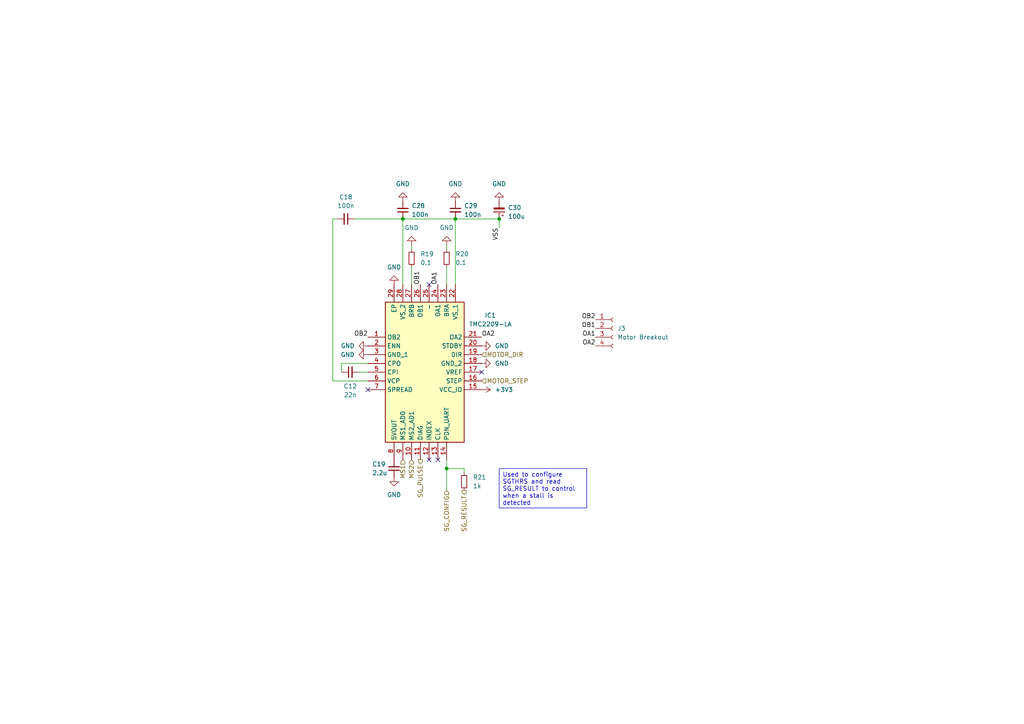
<source format=kicad_sch>
(kicad_sch
	(version 20231120)
	(generator "eeschema")
	(generator_version "8.0")
	(uuid "77dc573b-798b-4a64-8b4a-f338c36bb8a2")
	(paper "A4")
	(lib_symbols
		(symbol "Connector:Conn_01x04_Socket"
			(pin_names
				(offset 1.016) hide)
			(exclude_from_sim no)
			(in_bom yes)
			(on_board yes)
			(property "Reference" "J"
				(at 0 5.08 0)
				(effects
					(font
						(size 1.27 1.27)
					)
				)
			)
			(property "Value" "Conn_01x04_Socket"
				(at 0 -7.62 0)
				(effects
					(font
						(size 1.27 1.27)
					)
				)
			)
			(property "Footprint" ""
				(at 0 0 0)
				(effects
					(font
						(size 1.27 1.27)
					)
					(hide yes)
				)
			)
			(property "Datasheet" "~"
				(at 0 0 0)
				(effects
					(font
						(size 1.27 1.27)
					)
					(hide yes)
				)
			)
			(property "Description" "Generic connector, single row, 01x04, script generated"
				(at 0 0 0)
				(effects
					(font
						(size 1.27 1.27)
					)
					(hide yes)
				)
			)
			(property "ki_locked" ""
				(at 0 0 0)
				(effects
					(font
						(size 1.27 1.27)
					)
				)
			)
			(property "ki_keywords" "connector"
				(at 0 0 0)
				(effects
					(font
						(size 1.27 1.27)
					)
					(hide yes)
				)
			)
			(property "ki_fp_filters" "Connector*:*_1x??_*"
				(at 0 0 0)
				(effects
					(font
						(size 1.27 1.27)
					)
					(hide yes)
				)
			)
			(symbol "Conn_01x04_Socket_1_1"
				(arc
					(start 0 -4.572)
					(mid -0.5058 -5.08)
					(end 0 -5.588)
					(stroke
						(width 0.1524)
						(type default)
					)
					(fill
						(type none)
					)
				)
				(arc
					(start 0 -2.032)
					(mid -0.5058 -2.54)
					(end 0 -3.048)
					(stroke
						(width 0.1524)
						(type default)
					)
					(fill
						(type none)
					)
				)
				(polyline
					(pts
						(xy -1.27 -5.08) (xy -0.508 -5.08)
					)
					(stroke
						(width 0.1524)
						(type default)
					)
					(fill
						(type none)
					)
				)
				(polyline
					(pts
						(xy -1.27 -2.54) (xy -0.508 -2.54)
					)
					(stroke
						(width 0.1524)
						(type default)
					)
					(fill
						(type none)
					)
				)
				(polyline
					(pts
						(xy -1.27 0) (xy -0.508 0)
					)
					(stroke
						(width 0.1524)
						(type default)
					)
					(fill
						(type none)
					)
				)
				(polyline
					(pts
						(xy -1.27 2.54) (xy -0.508 2.54)
					)
					(stroke
						(width 0.1524)
						(type default)
					)
					(fill
						(type none)
					)
				)
				(arc
					(start 0 0.508)
					(mid -0.5058 0)
					(end 0 -0.508)
					(stroke
						(width 0.1524)
						(type default)
					)
					(fill
						(type none)
					)
				)
				(arc
					(start 0 3.048)
					(mid -0.5058 2.54)
					(end 0 2.032)
					(stroke
						(width 0.1524)
						(type default)
					)
					(fill
						(type none)
					)
				)
				(pin passive line
					(at -5.08 2.54 0)
					(length 3.81)
					(name "Pin_1"
						(effects
							(font
								(size 1.27 1.27)
							)
						)
					)
					(number "1"
						(effects
							(font
								(size 1.27 1.27)
							)
						)
					)
				)
				(pin passive line
					(at -5.08 0 0)
					(length 3.81)
					(name "Pin_2"
						(effects
							(font
								(size 1.27 1.27)
							)
						)
					)
					(number "2"
						(effects
							(font
								(size 1.27 1.27)
							)
						)
					)
				)
				(pin passive line
					(at -5.08 -2.54 0)
					(length 3.81)
					(name "Pin_3"
						(effects
							(font
								(size 1.27 1.27)
							)
						)
					)
					(number "3"
						(effects
							(font
								(size 1.27 1.27)
							)
						)
					)
				)
				(pin passive line
					(at -5.08 -5.08 0)
					(length 3.81)
					(name "Pin_4"
						(effects
							(font
								(size 1.27 1.27)
							)
						)
					)
					(number "4"
						(effects
							(font
								(size 1.27 1.27)
							)
						)
					)
				)
			)
		)
		(symbol "Device:C_Polarized_Small"
			(pin_numbers hide)
			(pin_names
				(offset 0.254) hide)
			(exclude_from_sim no)
			(in_bom yes)
			(on_board yes)
			(property "Reference" "C"
				(at 0.254 1.778 0)
				(effects
					(font
						(size 1.27 1.27)
					)
					(justify left)
				)
			)
			(property "Value" "C_Polarized_Small"
				(at 0.254 -2.032 0)
				(effects
					(font
						(size 1.27 1.27)
					)
					(justify left)
				)
			)
			(property "Footprint" ""
				(at 0 0 0)
				(effects
					(font
						(size 1.27 1.27)
					)
					(hide yes)
				)
			)
			(property "Datasheet" "~"
				(at 0 0 0)
				(effects
					(font
						(size 1.27 1.27)
					)
					(hide yes)
				)
			)
			(property "Description" "Polarized capacitor, small symbol"
				(at 0 0 0)
				(effects
					(font
						(size 1.27 1.27)
					)
					(hide yes)
				)
			)
			(property "ki_keywords" "cap capacitor"
				(at 0 0 0)
				(effects
					(font
						(size 1.27 1.27)
					)
					(hide yes)
				)
			)
			(property "ki_fp_filters" "CP_*"
				(at 0 0 0)
				(effects
					(font
						(size 1.27 1.27)
					)
					(hide yes)
				)
			)
			(symbol "C_Polarized_Small_0_1"
				(rectangle
					(start -1.524 -0.3048)
					(end 1.524 -0.6858)
					(stroke
						(width 0)
						(type default)
					)
					(fill
						(type outline)
					)
				)
				(rectangle
					(start -1.524 0.6858)
					(end 1.524 0.3048)
					(stroke
						(width 0)
						(type default)
					)
					(fill
						(type none)
					)
				)
				(polyline
					(pts
						(xy -1.27 1.524) (xy -0.762 1.524)
					)
					(stroke
						(width 0)
						(type default)
					)
					(fill
						(type none)
					)
				)
				(polyline
					(pts
						(xy -1.016 1.27) (xy -1.016 1.778)
					)
					(stroke
						(width 0)
						(type default)
					)
					(fill
						(type none)
					)
				)
			)
			(symbol "C_Polarized_Small_1_1"
				(pin passive line
					(at 0 2.54 270)
					(length 1.8542)
					(name "~"
						(effects
							(font
								(size 1.27 1.27)
							)
						)
					)
					(number "1"
						(effects
							(font
								(size 1.27 1.27)
							)
						)
					)
				)
				(pin passive line
					(at 0 -2.54 90)
					(length 1.8542)
					(name "~"
						(effects
							(font
								(size 1.27 1.27)
							)
						)
					)
					(number "2"
						(effects
							(font
								(size 1.27 1.27)
							)
						)
					)
				)
			)
		)
		(symbol "Device:C_Small"
			(pin_numbers hide)
			(pin_names
				(offset 0.254) hide)
			(exclude_from_sim no)
			(in_bom yes)
			(on_board yes)
			(property "Reference" "C"
				(at 0.254 1.778 0)
				(effects
					(font
						(size 1.27 1.27)
					)
					(justify left)
				)
			)
			(property "Value" "C_Small"
				(at 0.254 -2.032 0)
				(effects
					(font
						(size 1.27 1.27)
					)
					(justify left)
				)
			)
			(property "Footprint" ""
				(at 0 0 0)
				(effects
					(font
						(size 1.27 1.27)
					)
					(hide yes)
				)
			)
			(property "Datasheet" "~"
				(at 0 0 0)
				(effects
					(font
						(size 1.27 1.27)
					)
					(hide yes)
				)
			)
			(property "Description" "Unpolarized capacitor, small symbol"
				(at 0 0 0)
				(effects
					(font
						(size 1.27 1.27)
					)
					(hide yes)
				)
			)
			(property "ki_keywords" "capacitor cap"
				(at 0 0 0)
				(effects
					(font
						(size 1.27 1.27)
					)
					(hide yes)
				)
			)
			(property "ki_fp_filters" "C_*"
				(at 0 0 0)
				(effects
					(font
						(size 1.27 1.27)
					)
					(hide yes)
				)
			)
			(symbol "C_Small_0_1"
				(polyline
					(pts
						(xy -1.524 -0.508) (xy 1.524 -0.508)
					)
					(stroke
						(width 0.3302)
						(type default)
					)
					(fill
						(type none)
					)
				)
				(polyline
					(pts
						(xy -1.524 0.508) (xy 1.524 0.508)
					)
					(stroke
						(width 0.3048)
						(type default)
					)
					(fill
						(type none)
					)
				)
			)
			(symbol "C_Small_1_1"
				(pin passive line
					(at 0 2.54 270)
					(length 2.032)
					(name "~"
						(effects
							(font
								(size 1.27 1.27)
							)
						)
					)
					(number "1"
						(effects
							(font
								(size 1.27 1.27)
							)
						)
					)
				)
				(pin passive line
					(at 0 -2.54 90)
					(length 2.032)
					(name "~"
						(effects
							(font
								(size 1.27 1.27)
							)
						)
					)
					(number "2"
						(effects
							(font
								(size 1.27 1.27)
							)
						)
					)
				)
			)
		)
		(symbol "Device:R_Small"
			(pin_numbers hide)
			(pin_names
				(offset 0.254) hide)
			(exclude_from_sim no)
			(in_bom yes)
			(on_board yes)
			(property "Reference" "R"
				(at 0.762 0.508 0)
				(effects
					(font
						(size 1.27 1.27)
					)
					(justify left)
				)
			)
			(property "Value" "R_Small"
				(at 0.762 -1.016 0)
				(effects
					(font
						(size 1.27 1.27)
					)
					(justify left)
				)
			)
			(property "Footprint" ""
				(at 0 0 0)
				(effects
					(font
						(size 1.27 1.27)
					)
					(hide yes)
				)
			)
			(property "Datasheet" "~"
				(at 0 0 0)
				(effects
					(font
						(size 1.27 1.27)
					)
					(hide yes)
				)
			)
			(property "Description" "Resistor, small symbol"
				(at 0 0 0)
				(effects
					(font
						(size 1.27 1.27)
					)
					(hide yes)
				)
			)
			(property "ki_keywords" "R resistor"
				(at 0 0 0)
				(effects
					(font
						(size 1.27 1.27)
					)
					(hide yes)
				)
			)
			(property "ki_fp_filters" "R_*"
				(at 0 0 0)
				(effects
					(font
						(size 1.27 1.27)
					)
					(hide yes)
				)
			)
			(symbol "R_Small_0_1"
				(rectangle
					(start -0.762 1.778)
					(end 0.762 -1.778)
					(stroke
						(width 0.2032)
						(type default)
					)
					(fill
						(type none)
					)
				)
			)
			(symbol "R_Small_1_1"
				(pin passive line
					(at 0 2.54 270)
					(length 0.762)
					(name "~"
						(effects
							(font
								(size 1.27 1.27)
							)
						)
					)
					(number "1"
						(effects
							(font
								(size 1.27 1.27)
							)
						)
					)
				)
				(pin passive line
					(at 0 -2.54 90)
					(length 0.762)
					(name "~"
						(effects
							(font
								(size 1.27 1.27)
							)
						)
					)
					(number "2"
						(effects
							(font
								(size 1.27 1.27)
							)
						)
					)
				)
			)
		)
		(symbol "GND_1"
			(power)
			(pin_numbers hide)
			(pin_names
				(offset 0) hide)
			(exclude_from_sim no)
			(in_bom yes)
			(on_board yes)
			(property "Reference" "#PWR"
				(at 0 -6.35 0)
				(effects
					(font
						(size 1.27 1.27)
					)
					(hide yes)
				)
			)
			(property "Value" "GND"
				(at 0 -3.81 0)
				(effects
					(font
						(size 1.27 1.27)
					)
				)
			)
			(property "Footprint" ""
				(at 0 0 0)
				(effects
					(font
						(size 1.27 1.27)
					)
					(hide yes)
				)
			)
			(property "Datasheet" ""
				(at 0 0 0)
				(effects
					(font
						(size 1.27 1.27)
					)
					(hide yes)
				)
			)
			(property "Description" "Power symbol creates a global label with name \"GND\" , ground"
				(at 0 0 0)
				(effects
					(font
						(size 1.27 1.27)
					)
					(hide yes)
				)
			)
			(property "ki_keywords" "global power"
				(at 0 0 0)
				(effects
					(font
						(size 1.27 1.27)
					)
					(hide yes)
				)
			)
			(symbol "GND_1_0_1"
				(polyline
					(pts
						(xy 0 0) (xy 0 -1.27) (xy 1.27 -1.27) (xy 0 -2.54) (xy -1.27 -1.27) (xy 0 -1.27)
					)
					(stroke
						(width 0)
						(type default)
					)
					(fill
						(type none)
					)
				)
			)
			(symbol "GND_1_1_1"
				(pin power_in line
					(at 0 0 270)
					(length 0)
					(name "~"
						(effects
							(font
								(size 1.27 1.27)
							)
						)
					)
					(number "1"
						(effects
							(font
								(size 1.27 1.27)
							)
						)
					)
				)
			)
		)
		(symbol "GND_2"
			(power)
			(pin_numbers hide)
			(pin_names
				(offset 0) hide)
			(exclude_from_sim no)
			(in_bom yes)
			(on_board yes)
			(property "Reference" "#PWR"
				(at 0 -6.35 0)
				(effects
					(font
						(size 1.27 1.27)
					)
					(hide yes)
				)
			)
			(property "Value" "GND"
				(at 0 -3.81 0)
				(effects
					(font
						(size 1.27 1.27)
					)
				)
			)
			(property "Footprint" ""
				(at 0 0 0)
				(effects
					(font
						(size 1.27 1.27)
					)
					(hide yes)
				)
			)
			(property "Datasheet" ""
				(at 0 0 0)
				(effects
					(font
						(size 1.27 1.27)
					)
					(hide yes)
				)
			)
			(property "Description" "Power symbol creates a global label with name \"GND\" , ground"
				(at 0 0 0)
				(effects
					(font
						(size 1.27 1.27)
					)
					(hide yes)
				)
			)
			(property "ki_keywords" "global power"
				(at 0 0 0)
				(effects
					(font
						(size 1.27 1.27)
					)
					(hide yes)
				)
			)
			(symbol "GND_2_0_1"
				(polyline
					(pts
						(xy 0 0) (xy 0 -1.27) (xy 1.27 -1.27) (xy 0 -2.54) (xy -1.27 -1.27) (xy 0 -1.27)
					)
					(stroke
						(width 0)
						(type default)
					)
					(fill
						(type none)
					)
				)
			)
			(symbol "GND_2_1_1"
				(pin power_in line
					(at 0 0 270)
					(length 0)
					(name "~"
						(effects
							(font
								(size 1.27 1.27)
							)
						)
					)
					(number "1"
						(effects
							(font
								(size 1.27 1.27)
							)
						)
					)
				)
			)
		)
		(symbol "GND_3"
			(power)
			(pin_numbers hide)
			(pin_names
				(offset 0) hide)
			(exclude_from_sim no)
			(in_bom yes)
			(on_board yes)
			(property "Reference" "#PWR"
				(at 0 -6.35 0)
				(effects
					(font
						(size 1.27 1.27)
					)
					(hide yes)
				)
			)
			(property "Value" "GND"
				(at 0 -3.81 0)
				(effects
					(font
						(size 1.27 1.27)
					)
				)
			)
			(property "Footprint" ""
				(at 0 0 0)
				(effects
					(font
						(size 1.27 1.27)
					)
					(hide yes)
				)
			)
			(property "Datasheet" ""
				(at 0 0 0)
				(effects
					(font
						(size 1.27 1.27)
					)
					(hide yes)
				)
			)
			(property "Description" "Power symbol creates a global label with name \"GND\" , ground"
				(at 0 0 0)
				(effects
					(font
						(size 1.27 1.27)
					)
					(hide yes)
				)
			)
			(property "ki_keywords" "global power"
				(at 0 0 0)
				(effects
					(font
						(size 1.27 1.27)
					)
					(hide yes)
				)
			)
			(symbol "GND_3_0_1"
				(polyline
					(pts
						(xy 0 0) (xy 0 -1.27) (xy 1.27 -1.27) (xy 0 -2.54) (xy -1.27 -1.27) (xy 0 -1.27)
					)
					(stroke
						(width 0)
						(type default)
					)
					(fill
						(type none)
					)
				)
			)
			(symbol "GND_3_1_1"
				(pin power_in line
					(at 0 0 270)
					(length 0)
					(name "~"
						(effects
							(font
								(size 1.27 1.27)
							)
						)
					)
					(number "1"
						(effects
							(font
								(size 1.27 1.27)
							)
						)
					)
				)
			)
		)
		(symbol "GND_4"
			(power)
			(pin_numbers hide)
			(pin_names
				(offset 0) hide)
			(exclude_from_sim no)
			(in_bom yes)
			(on_board yes)
			(property "Reference" "#PWR"
				(at 0 -6.35 0)
				(effects
					(font
						(size 1.27 1.27)
					)
					(hide yes)
				)
			)
			(property "Value" "GND"
				(at 0 -3.81 0)
				(effects
					(font
						(size 1.27 1.27)
					)
				)
			)
			(property "Footprint" ""
				(at 0 0 0)
				(effects
					(font
						(size 1.27 1.27)
					)
					(hide yes)
				)
			)
			(property "Datasheet" ""
				(at 0 0 0)
				(effects
					(font
						(size 1.27 1.27)
					)
					(hide yes)
				)
			)
			(property "Description" "Power symbol creates a global label with name \"GND\" , ground"
				(at 0 0 0)
				(effects
					(font
						(size 1.27 1.27)
					)
					(hide yes)
				)
			)
			(property "ki_keywords" "global power"
				(at 0 0 0)
				(effects
					(font
						(size 1.27 1.27)
					)
					(hide yes)
				)
			)
			(symbol "GND_4_0_1"
				(polyline
					(pts
						(xy 0 0) (xy 0 -1.27) (xy 1.27 -1.27) (xy 0 -2.54) (xy -1.27 -1.27) (xy 0 -1.27)
					)
					(stroke
						(width 0)
						(type default)
					)
					(fill
						(type none)
					)
				)
			)
			(symbol "GND_4_1_1"
				(pin power_in line
					(at 0 0 270)
					(length 0)
					(name "~"
						(effects
							(font
								(size 1.27 1.27)
							)
						)
					)
					(number "1"
						(effects
							(font
								(size 1.27 1.27)
							)
						)
					)
				)
			)
		)
		(symbol "GND_5"
			(power)
			(pin_numbers hide)
			(pin_names
				(offset 0) hide)
			(exclude_from_sim no)
			(in_bom yes)
			(on_board yes)
			(property "Reference" "#PWR"
				(at 0 -6.35 0)
				(effects
					(font
						(size 1.27 1.27)
					)
					(hide yes)
				)
			)
			(property "Value" "GND"
				(at 0 -3.81 0)
				(effects
					(font
						(size 1.27 1.27)
					)
				)
			)
			(property "Footprint" ""
				(at 0 0 0)
				(effects
					(font
						(size 1.27 1.27)
					)
					(hide yes)
				)
			)
			(property "Datasheet" ""
				(at 0 0 0)
				(effects
					(font
						(size 1.27 1.27)
					)
					(hide yes)
				)
			)
			(property "Description" "Power symbol creates a global label with name \"GND\" , ground"
				(at 0 0 0)
				(effects
					(font
						(size 1.27 1.27)
					)
					(hide yes)
				)
			)
			(property "ki_keywords" "global power"
				(at 0 0 0)
				(effects
					(font
						(size 1.27 1.27)
					)
					(hide yes)
				)
			)
			(symbol "GND_5_0_1"
				(polyline
					(pts
						(xy 0 0) (xy 0 -1.27) (xy 1.27 -1.27) (xy 0 -2.54) (xy -1.27 -1.27) (xy 0 -1.27)
					)
					(stroke
						(width 0)
						(type default)
					)
					(fill
						(type none)
					)
				)
			)
			(symbol "GND_5_1_1"
				(pin power_in line
					(at 0 0 270)
					(length 0)
					(name "~"
						(effects
							(font
								(size 1.27 1.27)
							)
						)
					)
					(number "1"
						(effects
							(font
								(size 1.27 1.27)
							)
						)
					)
				)
			)
		)
		(symbol "GND_6"
			(power)
			(pin_numbers hide)
			(pin_names
				(offset 0) hide)
			(exclude_from_sim no)
			(in_bom yes)
			(on_board yes)
			(property "Reference" "#PWR"
				(at 0 -6.35 0)
				(effects
					(font
						(size 1.27 1.27)
					)
					(hide yes)
				)
			)
			(property "Value" "GND"
				(at 0 -3.81 0)
				(effects
					(font
						(size 1.27 1.27)
					)
				)
			)
			(property "Footprint" ""
				(at 0 0 0)
				(effects
					(font
						(size 1.27 1.27)
					)
					(hide yes)
				)
			)
			(property "Datasheet" ""
				(at 0 0 0)
				(effects
					(font
						(size 1.27 1.27)
					)
					(hide yes)
				)
			)
			(property "Description" "Power symbol creates a global label with name \"GND\" , ground"
				(at 0 0 0)
				(effects
					(font
						(size 1.27 1.27)
					)
					(hide yes)
				)
			)
			(property "ki_keywords" "global power"
				(at 0 0 0)
				(effects
					(font
						(size 1.27 1.27)
					)
					(hide yes)
				)
			)
			(symbol "GND_6_0_1"
				(polyline
					(pts
						(xy 0 0) (xy 0 -1.27) (xy 1.27 -1.27) (xy 0 -2.54) (xy -1.27 -1.27) (xy 0 -1.27)
					)
					(stroke
						(width 0)
						(type default)
					)
					(fill
						(type none)
					)
				)
			)
			(symbol "GND_6_1_1"
				(pin power_in line
					(at 0 0 270)
					(length 0)
					(name "~"
						(effects
							(font
								(size 1.27 1.27)
							)
						)
					)
					(number "1"
						(effects
							(font
								(size 1.27 1.27)
							)
						)
					)
				)
			)
		)
		(symbol "GND_7"
			(power)
			(pin_numbers hide)
			(pin_names
				(offset 0) hide)
			(exclude_from_sim no)
			(in_bom yes)
			(on_board yes)
			(property "Reference" "#PWR"
				(at 0 -6.35 0)
				(effects
					(font
						(size 1.27 1.27)
					)
					(hide yes)
				)
			)
			(property "Value" "GND"
				(at 0 -3.81 0)
				(effects
					(font
						(size 1.27 1.27)
					)
				)
			)
			(property "Footprint" ""
				(at 0 0 0)
				(effects
					(font
						(size 1.27 1.27)
					)
					(hide yes)
				)
			)
			(property "Datasheet" ""
				(at 0 0 0)
				(effects
					(font
						(size 1.27 1.27)
					)
					(hide yes)
				)
			)
			(property "Description" "Power symbol creates a global label with name \"GND\" , ground"
				(at 0 0 0)
				(effects
					(font
						(size 1.27 1.27)
					)
					(hide yes)
				)
			)
			(property "ki_keywords" "global power"
				(at 0 0 0)
				(effects
					(font
						(size 1.27 1.27)
					)
					(hide yes)
				)
			)
			(symbol "GND_7_0_1"
				(polyline
					(pts
						(xy 0 0) (xy 0 -1.27) (xy 1.27 -1.27) (xy 0 -2.54) (xy -1.27 -1.27) (xy 0 -1.27)
					)
					(stroke
						(width 0)
						(type default)
					)
					(fill
						(type none)
					)
				)
			)
			(symbol "GND_7_1_1"
				(pin power_in line
					(at 0 0 270)
					(length 0)
					(name "~"
						(effects
							(font
								(size 1.27 1.27)
							)
						)
					)
					(number "1"
						(effects
							(font
								(size 1.27 1.27)
							)
						)
					)
				)
			)
		)
		(symbol "GND_8"
			(power)
			(pin_numbers hide)
			(pin_names
				(offset 0) hide)
			(exclude_from_sim no)
			(in_bom yes)
			(on_board yes)
			(property "Reference" "#PWR"
				(at 0 -6.35 0)
				(effects
					(font
						(size 1.27 1.27)
					)
					(hide yes)
				)
			)
			(property "Value" "GND"
				(at 0 -3.81 0)
				(effects
					(font
						(size 1.27 1.27)
					)
				)
			)
			(property "Footprint" ""
				(at 0 0 0)
				(effects
					(font
						(size 1.27 1.27)
					)
					(hide yes)
				)
			)
			(property "Datasheet" ""
				(at 0 0 0)
				(effects
					(font
						(size 1.27 1.27)
					)
					(hide yes)
				)
			)
			(property "Description" "Power symbol creates a global label with name \"GND\" , ground"
				(at 0 0 0)
				(effects
					(font
						(size 1.27 1.27)
					)
					(hide yes)
				)
			)
			(property "ki_keywords" "global power"
				(at 0 0 0)
				(effects
					(font
						(size 1.27 1.27)
					)
					(hide yes)
				)
			)
			(symbol "GND_8_0_1"
				(polyline
					(pts
						(xy 0 0) (xy 0 -1.27) (xy 1.27 -1.27) (xy 0 -2.54) (xy -1.27 -1.27) (xy 0 -1.27)
					)
					(stroke
						(width 0)
						(type default)
					)
					(fill
						(type none)
					)
				)
			)
			(symbol "GND_8_1_1"
				(pin power_in line
					(at 0 0 270)
					(length 0)
					(name "~"
						(effects
							(font
								(size 1.27 1.27)
							)
						)
					)
					(number "1"
						(effects
							(font
								(size 1.27 1.27)
							)
						)
					)
				)
			)
		)
		(symbol "GND_9"
			(power)
			(pin_numbers hide)
			(pin_names
				(offset 0) hide)
			(exclude_from_sim no)
			(in_bom yes)
			(on_board yes)
			(property "Reference" "#PWR"
				(at 0 -6.35 0)
				(effects
					(font
						(size 1.27 1.27)
					)
					(hide yes)
				)
			)
			(property "Value" "GND"
				(at 0 -3.81 0)
				(effects
					(font
						(size 1.27 1.27)
					)
				)
			)
			(property "Footprint" ""
				(at 0 0 0)
				(effects
					(font
						(size 1.27 1.27)
					)
					(hide yes)
				)
			)
			(property "Datasheet" ""
				(at 0 0 0)
				(effects
					(font
						(size 1.27 1.27)
					)
					(hide yes)
				)
			)
			(property "Description" "Power symbol creates a global label with name \"GND\" , ground"
				(at 0 0 0)
				(effects
					(font
						(size 1.27 1.27)
					)
					(hide yes)
				)
			)
			(property "ki_keywords" "global power"
				(at 0 0 0)
				(effects
					(font
						(size 1.27 1.27)
					)
					(hide yes)
				)
			)
			(symbol "GND_9_0_1"
				(polyline
					(pts
						(xy 0 0) (xy 0 -1.27) (xy 1.27 -1.27) (xy 0 -2.54) (xy -1.27 -1.27) (xy 0 -1.27)
					)
					(stroke
						(width 0)
						(type default)
					)
					(fill
						(type none)
					)
				)
			)
			(symbol "GND_9_1_1"
				(pin power_in line
					(at 0 0 270)
					(length 0)
					(name "~"
						(effects
							(font
								(size 1.27 1.27)
							)
						)
					)
					(number "1"
						(effects
							(font
								(size 1.27 1.27)
							)
						)
					)
				)
			)
		)
		(symbol "iclr:TMC2209-LA"
			(exclude_from_sim no)
			(in_bom yes)
			(on_board yes)
			(property "Reference" "IC2"
				(at 35.56 6.3186 0)
				(effects
					(font
						(size 1.27 1.27)
					)
				)
			)
			(property "Value" "TMC2209-LA"
				(at 35.56 3.7786 0)
				(effects
					(font
						(size 1.27 1.27)
					)
				)
			)
			(property "Footprint" "QFN50P500X500X90-29N"
				(at 29.21 -87.3 0)
				(effects
					(font
						(size 1.27 1.27)
					)
					(justify left top)
					(hide yes)
				)
			)
			(property "Datasheet" "https://www.analog.com/media/en/technical-documentation/data-sheets/TMC2209_datasheet_rev1.09.pdf"
				(at 29.21 -187.3 0)
				(effects
					(font
						(size 1.27 1.27)
					)
					(justify left top)
					(hide yes)
				)
			)
			(property "Description" "Silent stepper motor driver 5 to 36V, up to 1.4A with S/D and UART Interface, 256 Steps, SpreadCycle and Stealthchop2"
				(at 0 0 0)
				(effects
					(font
						(size 1.27 1.27)
					)
					(hide yes)
				)
			)
			(property "Height" "0.9"
				(at 29.21 -387.3 0)
				(effects
					(font
						(size 1.27 1.27)
					)
					(justify left top)
					(hide yes)
				)
			)
			(property "Manufacturer_Name" "Analog Devices"
				(at 29.21 -487.3 0)
				(effects
					(font
						(size 1.27 1.27)
					)
					(justify left top)
					(hide yes)
				)
			)
			(property "Manufacturer_Part_Number" "TMC2209-LA"
				(at 29.21 -587.3 0)
				(effects
					(font
						(size 1.27 1.27)
					)
					(justify left top)
					(hide yes)
				)
			)
			(property "Mouser Part Number" "700-TMC2209-LA"
				(at 29.21 -687.3 0)
				(effects
					(font
						(size 1.27 1.27)
					)
					(justify left top)
					(hide yes)
				)
			)
			(property "Mouser Price/Stock" "https://www.mouser.co.uk/ProductDetail/ADI-Trinamic/TMC2209-LA?qs=TiOZkKH1s2QqRRreEQH08w%3D%3D"
				(at 29.21 -787.3 0)
				(effects
					(font
						(size 1.27 1.27)
					)
					(justify left top)
					(hide yes)
				)
			)
			(property "Arrow Part Number" "TMC2209-LA"
				(at 29.21 -887.3 0)
				(effects
					(font
						(size 1.27 1.27)
					)
					(justify left top)
					(hide yes)
				)
			)
			(property "Arrow Price/Stock" "null?region=asia"
				(at 29.21 -987.3 0)
				(effects
					(font
						(size 1.27 1.27)
					)
					(justify left top)
					(hide yes)
				)
			)
			(symbol "TMC2209-LA_1_1"
				(rectangle
					(start 5.08 10.16)
					(end 27.94 -30.48)
					(stroke
						(width 0.254)
						(type default)
					)
					(fill
						(type background)
					)
				)
				(pin passive line
					(at 0 0 0)
					(length 5.08)
					(name "OB2"
						(effects
							(font
								(size 1.27 1.27)
							)
						)
					)
					(number "1"
						(effects
							(font
								(size 1.27 1.27)
							)
						)
					)
				)
				(pin passive line
					(at 12.7 -35.56 90)
					(length 5.08)
					(name "MS2_AD1"
						(effects
							(font
								(size 1.27 1.27)
							)
						)
					)
					(number "10"
						(effects
							(font
								(size 1.27 1.27)
							)
						)
					)
				)
				(pin passive line
					(at 15.24 -35.56 90)
					(length 5.08)
					(name "DIAG"
						(effects
							(font
								(size 1.27 1.27)
							)
						)
					)
					(number "11"
						(effects
							(font
								(size 1.27 1.27)
							)
						)
					)
				)
				(pin passive line
					(at 17.78 -35.56 90)
					(length 5.08)
					(name "INDEX"
						(effects
							(font
								(size 1.27 1.27)
							)
						)
					)
					(number "12"
						(effects
							(font
								(size 1.27 1.27)
							)
						)
					)
				)
				(pin passive line
					(at 20.32 -35.56 90)
					(length 5.08)
					(name "CLK"
						(effects
							(font
								(size 1.27 1.27)
							)
						)
					)
					(number "13"
						(effects
							(font
								(size 1.27 1.27)
							)
						)
					)
				)
				(pin passive line
					(at 22.86 -35.56 90)
					(length 5.08)
					(name "PDN_UART"
						(effects
							(font
								(size 1.27 1.27)
							)
						)
					)
					(number "14"
						(effects
							(font
								(size 1.27 1.27)
							)
						)
					)
				)
				(pin passive line
					(at 33.02 -15.24 180)
					(length 5.08)
					(name "VCC_IO"
						(effects
							(font
								(size 1.27 1.27)
							)
						)
					)
					(number "15"
						(effects
							(font
								(size 1.27 1.27)
							)
						)
					)
				)
				(pin passive line
					(at 33.02 -12.7 180)
					(length 5.08)
					(name "STEP"
						(effects
							(font
								(size 1.27 1.27)
							)
						)
					)
					(number "16"
						(effects
							(font
								(size 1.27 1.27)
							)
						)
					)
				)
				(pin passive line
					(at 33.02 -10.16 180)
					(length 5.08)
					(name "VREF"
						(effects
							(font
								(size 1.27 1.27)
							)
						)
					)
					(number "17"
						(effects
							(font
								(size 1.27 1.27)
							)
						)
					)
				)
				(pin passive line
					(at 33.02 -7.62 180)
					(length 5.08)
					(name "GND_2"
						(effects
							(font
								(size 1.27 1.27)
							)
						)
					)
					(number "18"
						(effects
							(font
								(size 1.27 1.27)
							)
						)
					)
				)
				(pin passive line
					(at 33.02 -5.08 180)
					(length 5.08)
					(name "DIR"
						(effects
							(font
								(size 1.27 1.27)
							)
						)
					)
					(number "19"
						(effects
							(font
								(size 1.27 1.27)
							)
						)
					)
				)
				(pin passive line
					(at 0 -2.54 0)
					(length 5.08)
					(name "ENN"
						(effects
							(font
								(size 1.27 1.27)
							)
						)
					)
					(number "2"
						(effects
							(font
								(size 1.27 1.27)
							)
						)
					)
				)
				(pin passive line
					(at 33.02 -2.54 180)
					(length 5.08)
					(name "STDBY"
						(effects
							(font
								(size 1.27 1.27)
							)
						)
					)
					(number "20"
						(effects
							(font
								(size 1.27 1.27)
							)
						)
					)
				)
				(pin passive line
					(at 33.02 0 180)
					(length 5.08)
					(name "OA2"
						(effects
							(font
								(size 1.27 1.27)
							)
						)
					)
					(number "21"
						(effects
							(font
								(size 1.27 1.27)
							)
						)
					)
				)
				(pin passive line
					(at 25.4 15.24 270)
					(length 5.08)
					(name "VS_1"
						(effects
							(font
								(size 1.27 1.27)
							)
						)
					)
					(number "22"
						(effects
							(font
								(size 1.27 1.27)
							)
						)
					)
				)
				(pin passive line
					(at 22.86 15.24 270)
					(length 5.08)
					(name "BRA"
						(effects
							(font
								(size 1.27 1.27)
							)
						)
					)
					(number "23"
						(effects
							(font
								(size 1.27 1.27)
							)
						)
					)
				)
				(pin passive line
					(at 20.32 15.24 270)
					(length 5.08)
					(name "OA1"
						(effects
							(font
								(size 1.27 1.27)
							)
						)
					)
					(number "24"
						(effects
							(font
								(size 1.27 1.27)
							)
						)
					)
				)
				(pin passive line
					(at 17.78 15.24 270)
					(length 5.08)
					(name "-"
						(effects
							(font
								(size 1.27 1.27)
							)
						)
					)
					(number "25"
						(effects
							(font
								(size 1.27 1.27)
							)
						)
					)
				)
				(pin passive line
					(at 15.24 15.24 270)
					(length 5.08)
					(name "OB1"
						(effects
							(font
								(size 1.27 1.27)
							)
						)
					)
					(number "26"
						(effects
							(font
								(size 1.27 1.27)
							)
						)
					)
				)
				(pin passive line
					(at 12.7 15.24 270)
					(length 5.08)
					(name "BRB"
						(effects
							(font
								(size 1.27 1.27)
							)
						)
					)
					(number "27"
						(effects
							(font
								(size 1.27 1.27)
							)
						)
					)
				)
				(pin passive line
					(at 10.16 15.24 270)
					(length 5.08)
					(name "VS_2"
						(effects
							(font
								(size 1.27 1.27)
							)
						)
					)
					(number "28"
						(effects
							(font
								(size 1.27 1.27)
							)
						)
					)
				)
				(pin passive line
					(at 7.62 15.24 270)
					(length 5.08)
					(name "EP"
						(effects
							(font
								(size 1.27 1.27)
							)
						)
					)
					(number "29"
						(effects
							(font
								(size 1.27 1.27)
							)
						)
					)
				)
				(pin passive line
					(at 0 -5.08 0)
					(length 5.08)
					(name "GND_1"
						(effects
							(font
								(size 1.27 1.27)
							)
						)
					)
					(number "3"
						(effects
							(font
								(size 1.27 1.27)
							)
						)
					)
				)
				(pin passive line
					(at 0 -7.62 0)
					(length 5.08)
					(name "CPO"
						(effects
							(font
								(size 1.27 1.27)
							)
						)
					)
					(number "4"
						(effects
							(font
								(size 1.27 1.27)
							)
						)
					)
				)
				(pin passive line
					(at 0 -10.16 0)
					(length 5.08)
					(name "CPI"
						(effects
							(font
								(size 1.27 1.27)
							)
						)
					)
					(number "5"
						(effects
							(font
								(size 1.27 1.27)
							)
						)
					)
				)
				(pin passive line
					(at 0 -12.7 0)
					(length 5.08)
					(name "VCP"
						(effects
							(font
								(size 1.27 1.27)
							)
						)
					)
					(number "6"
						(effects
							(font
								(size 1.27 1.27)
							)
						)
					)
				)
				(pin passive line
					(at 0 -15.24 0)
					(length 5.08)
					(name "SPREAD"
						(effects
							(font
								(size 1.27 1.27)
							)
						)
					)
					(number "7"
						(effects
							(font
								(size 1.27 1.27)
							)
						)
					)
				)
				(pin passive line
					(at 7.62 -35.56 90)
					(length 5.08)
					(name "5VOUT"
						(effects
							(font
								(size 1.27 1.27)
							)
						)
					)
					(number "8"
						(effects
							(font
								(size 1.27 1.27)
							)
						)
					)
				)
				(pin passive line
					(at 10.16 -35.56 90)
					(length 5.08)
					(name "MS1_AD0"
						(effects
							(font
								(size 1.27 1.27)
							)
						)
					)
					(number "9"
						(effects
							(font
								(size 1.27 1.27)
							)
						)
					)
				)
			)
		)
		(symbol "power:+3V3"
			(power)
			(pin_numbers hide)
			(pin_names
				(offset 0) hide)
			(exclude_from_sim no)
			(in_bom yes)
			(on_board yes)
			(property "Reference" "#PWR"
				(at 0 -3.81 0)
				(effects
					(font
						(size 1.27 1.27)
					)
					(hide yes)
				)
			)
			(property "Value" "+3V3"
				(at 0 3.556 0)
				(effects
					(font
						(size 1.27 1.27)
					)
				)
			)
			(property "Footprint" ""
				(at 0 0 0)
				(effects
					(font
						(size 1.27 1.27)
					)
					(hide yes)
				)
			)
			(property "Datasheet" ""
				(at 0 0 0)
				(effects
					(font
						(size 1.27 1.27)
					)
					(hide yes)
				)
			)
			(property "Description" "Power symbol creates a global label with name \"+3V3\""
				(at 0 0 0)
				(effects
					(font
						(size 1.27 1.27)
					)
					(hide yes)
				)
			)
			(property "ki_keywords" "global power"
				(at 0 0 0)
				(effects
					(font
						(size 1.27 1.27)
					)
					(hide yes)
				)
			)
			(symbol "+3V3_0_1"
				(polyline
					(pts
						(xy -0.762 1.27) (xy 0 2.54)
					)
					(stroke
						(width 0)
						(type default)
					)
					(fill
						(type none)
					)
				)
				(polyline
					(pts
						(xy 0 0) (xy 0 2.54)
					)
					(stroke
						(width 0)
						(type default)
					)
					(fill
						(type none)
					)
				)
				(polyline
					(pts
						(xy 0 2.54) (xy 0.762 1.27)
					)
					(stroke
						(width 0)
						(type default)
					)
					(fill
						(type none)
					)
				)
			)
			(symbol "+3V3_1_1"
				(pin power_in line
					(at 0 0 90)
					(length 0)
					(name "~"
						(effects
							(font
								(size 1.27 1.27)
							)
						)
					)
					(number "1"
						(effects
							(font
								(size 1.27 1.27)
							)
						)
					)
				)
			)
		)
		(symbol "power:GND"
			(power)
			(pin_numbers hide)
			(pin_names
				(offset 0) hide)
			(exclude_from_sim no)
			(in_bom yes)
			(on_board yes)
			(property "Reference" "#PWR"
				(at 0 -6.35 0)
				(effects
					(font
						(size 1.27 1.27)
					)
					(hide yes)
				)
			)
			(property "Value" "GND"
				(at 0 -3.81 0)
				(effects
					(font
						(size 1.27 1.27)
					)
				)
			)
			(property "Footprint" ""
				(at 0 0 0)
				(effects
					(font
						(size 1.27 1.27)
					)
					(hide yes)
				)
			)
			(property "Datasheet" ""
				(at 0 0 0)
				(effects
					(font
						(size 1.27 1.27)
					)
					(hide yes)
				)
			)
			(property "Description" "Power symbol creates a global label with name \"GND\" , ground"
				(at 0 0 0)
				(effects
					(font
						(size 1.27 1.27)
					)
					(hide yes)
				)
			)
			(property "ki_keywords" "global power"
				(at 0 0 0)
				(effects
					(font
						(size 1.27 1.27)
					)
					(hide yes)
				)
			)
			(symbol "GND_0_1"
				(polyline
					(pts
						(xy 0 0) (xy 0 -1.27) (xy 1.27 -1.27) (xy 0 -2.54) (xy -1.27 -1.27) (xy 0 -1.27)
					)
					(stroke
						(width 0)
						(type default)
					)
					(fill
						(type none)
					)
				)
			)
			(symbol "GND_1_1"
				(pin power_in line
					(at 0 0 270)
					(length 0)
					(name "~"
						(effects
							(font
								(size 1.27 1.27)
							)
						)
					)
					(number "1"
						(effects
							(font
								(size 1.27 1.27)
							)
						)
					)
				)
			)
		)
	)
	(junction
		(at 132.08 63.5)
		(diameter 0)
		(color 0 0 0 0)
		(uuid "51c86ea0-8b57-413b-b06a-33c0e912a097")
	)
	(junction
		(at 116.84 63.5)
		(diameter 0)
		(color 0 0 0 0)
		(uuid "65a49cc7-6c94-4a8e-8bfe-b247ddb1ed48")
	)
	(junction
		(at 129.54 135.89)
		(diameter 0)
		(color 0 0 0 0)
		(uuid "c6306637-58c7-4e1a-878c-19a3ef681a67")
	)
	(junction
		(at 144.78 63.5)
		(diameter 0)
		(color 0 0 0 0)
		(uuid "d656575a-3ba9-4c3a-b59c-41d395f36fec")
	)
	(no_connect
		(at 127 133.35)
		(uuid "05620f08-da84-40b9-83cf-e3e460a1f2c5")
	)
	(no_connect
		(at 124.46 133.35)
		(uuid "159482c2-c32d-4476-a52c-dd96fbb94e53")
	)
	(no_connect
		(at 106.68 113.03)
		(uuid "d2eda4d6-af61-41d1-8567-851ef70f7faf")
	)
	(no_connect
		(at 124.46 82.55)
		(uuid "d63fc8da-6c37-4ac3-afff-661511960d42")
	)
	(no_connect
		(at 139.7 107.95)
		(uuid "e3267a3d-b0aa-4ba2-866c-f47c4789bb74")
	)
	(wire
		(pts
			(xy 104.14 107.95) (xy 106.68 107.95)
		)
		(stroke
			(width 0)
			(type default)
		)
		(uuid "14111695-c5f3-46e4-9507-63f6a0613258")
	)
	(wire
		(pts
			(xy 119.38 77.47) (xy 119.38 82.55)
		)
		(stroke
			(width 0)
			(type default)
		)
		(uuid "215db9e6-eebf-4de2-ba07-4cd852fc56a3")
	)
	(wire
		(pts
			(xy 102.87 63.5) (xy 116.84 63.5)
		)
		(stroke
			(width 0)
			(type default)
		)
		(uuid "26c71695-7243-49ac-aa2a-6a459b9f8a51")
	)
	(wire
		(pts
			(xy 96.52 63.5) (xy 97.79 63.5)
		)
		(stroke
			(width 0)
			(type default)
		)
		(uuid "27b5b798-da58-4c74-84fe-44a195b1c652")
	)
	(wire
		(pts
			(xy 99.06 105.41) (xy 106.68 105.41)
		)
		(stroke
			(width 0)
			(type default)
		)
		(uuid "4431eb47-1fc5-48c6-9d42-c41e62670e4f")
	)
	(wire
		(pts
			(xy 132.08 63.5) (xy 132.08 82.55)
		)
		(stroke
			(width 0)
			(type default)
		)
		(uuid "518dde0f-314a-4d4e-b136-77c5ec838d1e")
	)
	(wire
		(pts
			(xy 129.54 77.47) (xy 129.54 82.55)
		)
		(stroke
			(width 0)
			(type default)
		)
		(uuid "51aa0c0f-771e-408b-b603-a099912e122e")
	)
	(wire
		(pts
			(xy 144.78 63.5) (xy 144.78 66.04)
		)
		(stroke
			(width 0)
			(type default)
		)
		(uuid "526aa908-2f94-46b7-8787-166c20cf7904")
	)
	(wire
		(pts
			(xy 119.38 71.12) (xy 119.38 72.39)
		)
		(stroke
			(width 0)
			(type default)
		)
		(uuid "5bea48ef-b5de-4eb3-90e5-beee09867ac5")
	)
	(wire
		(pts
			(xy 134.62 135.89) (xy 134.62 137.16)
		)
		(stroke
			(width 0)
			(type default)
		)
		(uuid "6ce078ed-0ae2-4d26-8a8d-971355a54e8e")
	)
	(wire
		(pts
			(xy 96.52 63.5) (xy 96.52 110.49)
		)
		(stroke
			(width 0)
			(type default)
		)
		(uuid "95d63820-133a-4283-95d2-aafc7df4e246")
	)
	(wire
		(pts
			(xy 129.54 71.12) (xy 129.54 72.39)
		)
		(stroke
			(width 0)
			(type default)
		)
		(uuid "9f6c38a5-b323-4a20-8d22-1c773f31c090")
	)
	(wire
		(pts
			(xy 116.84 63.5) (xy 132.08 63.5)
		)
		(stroke
			(width 0)
			(type default)
		)
		(uuid "9ff3eefd-f8ec-4cfe-b521-827c89a44a87")
	)
	(wire
		(pts
			(xy 96.52 110.49) (xy 106.68 110.49)
		)
		(stroke
			(width 0)
			(type default)
		)
		(uuid "b21657a7-5843-4758-a859-22ac54a54119")
	)
	(wire
		(pts
			(xy 129.54 142.24) (xy 129.54 135.89)
		)
		(stroke
			(width 0)
			(type default)
		)
		(uuid "b2d3fa1b-70c1-4461-b6ee-1f622525d45b")
	)
	(wire
		(pts
			(xy 129.54 135.89) (xy 129.54 133.35)
		)
		(stroke
			(width 0)
			(type default)
		)
		(uuid "b99c5489-9fc6-4ce4-9b27-50f4aca92114")
	)
	(wire
		(pts
			(xy 129.54 135.89) (xy 134.62 135.89)
		)
		(stroke
			(width 0)
			(type default)
		)
		(uuid "cb2299ce-06f1-45dc-8009-b8bafaa1eb76")
	)
	(wire
		(pts
			(xy 116.84 63.5) (xy 116.84 82.55)
		)
		(stroke
			(width 0)
			(type default)
		)
		(uuid "d9191ec5-e930-4859-9acd-9324f91d16e3")
	)
	(wire
		(pts
			(xy 99.06 107.95) (xy 99.06 105.41)
		)
		(stroke
			(width 0)
			(type default)
		)
		(uuid "f226de98-23ee-4cc1-87f7-9ad464fcac7a")
	)
	(wire
		(pts
			(xy 132.08 63.5) (xy 144.78 63.5)
		)
		(stroke
			(width 0)
			(type default)
		)
		(uuid "fbeb3496-0092-4539-befa-7bf07892c25c")
	)
	(text_box "Used to configure SGTHRS and read SG_RESULT to control when a stall is detected"
		(exclude_from_sim no)
		(at 144.78 135.89 0)
		(size 25.4 11.43)
		(stroke
			(width 0)
			(type default)
		)
		(fill
			(type none)
		)
		(effects
			(font
				(size 1.27 1.27)
			)
			(justify left top)
		)
		(uuid "bb768a42-cc96-4034-a0fe-d168f02a253e")
	)
	(label "OB2"
		(at 172.72 92.71 180)
		(fields_autoplaced yes)
		(effects
			(font
				(size 1.27 1.27)
			)
			(justify right bottom)
		)
		(uuid "0fb3cc59-36da-4332-99ed-a7d81d60cfee")
	)
	(label "OA2"
		(at 139.7 97.79 0)
		(fields_autoplaced yes)
		(effects
			(font
				(size 1.27 1.27)
			)
			(justify left bottom)
		)
		(uuid "2dc7d1bd-5b76-4cd9-927c-9f9afb3749b2")
	)
	(label "OB1"
		(at 121.92 82.55 90)
		(fields_autoplaced yes)
		(effects
			(font
				(size 1.27 1.27)
			)
			(justify left bottom)
		)
		(uuid "4d19d3e0-e1ad-4b6b-ae75-f751e1ffccd4")
	)
	(label "VSS"
		(at 144.78 66.04 270)
		(fields_autoplaced yes)
		(effects
			(font
				(size 1.27 1.27)
			)
			(justify right bottom)
		)
		(uuid "7d5c673e-487a-443f-a681-68b6dd363d04")
	)
	(label "OA2"
		(at 172.72 100.33 180)
		(fields_autoplaced yes)
		(effects
			(font
				(size 1.27 1.27)
			)
			(justify right bottom)
		)
		(uuid "816aba59-2f8c-4bea-bff9-b520a9b509b7")
	)
	(label "OA1"
		(at 172.72 97.79 180)
		(fields_autoplaced yes)
		(effects
			(font
				(size 1.27 1.27)
			)
			(justify right bottom)
		)
		(uuid "9f6dec0c-fe4a-4af7-b53d-57b5b18f5101")
	)
	(label "OB1"
		(at 172.72 95.25 180)
		(fields_autoplaced yes)
		(effects
			(font
				(size 1.27 1.27)
			)
			(justify right bottom)
		)
		(uuid "c0037c95-7dd5-4bb8-8e14-c4567fdc19f7")
	)
	(label "OA1"
		(at 127 82.55 90)
		(fields_autoplaced yes)
		(effects
			(font
				(size 1.27 1.27)
			)
			(justify left bottom)
		)
		(uuid "e0a6a233-5d1a-468e-8114-9cd8bc62c6b6")
	)
	(label "OB2"
		(at 106.68 97.79 180)
		(fields_autoplaced yes)
		(effects
			(font
				(size 1.27 1.27)
			)
			(justify right bottom)
		)
		(uuid "e2d09ed9-4f63-45e2-8bed-3ae19b1f0e0b")
	)
	(hierarchical_label "MOTOR_DIR"
		(shape input)
		(at 139.7 102.87 0)
		(fields_autoplaced yes)
		(effects
			(font
				(size 1.27 1.27)
			)
			(justify left)
		)
		(uuid "05c65bd5-9e88-4457-83cc-1251d16240d3")
	)
	(hierarchical_label "MS2"
		(shape input)
		(at 119.38 133.35 270)
		(fields_autoplaced yes)
		(effects
			(font
				(size 1.27 1.27)
			)
			(justify right)
		)
		(uuid "229dc0e7-5e58-46b3-8f8b-ec2fc6f8f61b")
	)
	(hierarchical_label "MS1"
		(shape input)
		(at 116.84 133.35 270)
		(fields_autoplaced yes)
		(effects
			(font
				(size 1.27 1.27)
			)
			(justify right)
		)
		(uuid "5c7bd5ae-98fa-4bad-97c5-1103bb75fccb")
	)
	(hierarchical_label "SG_PULSE"
		(shape output)
		(at 121.92 133.35 270)
		(fields_autoplaced yes)
		(effects
			(font
				(size 1.27 1.27)
			)
			(justify right)
		)
		(uuid "5ca0e416-cd43-4fee-944b-b11d0899073f")
	)
	(hierarchical_label "SG_RESULT"
		(shape output)
		(at 134.62 142.24 270)
		(fields_autoplaced yes)
		(effects
			(font
				(size 1.27 1.27)
			)
			(justify right)
		)
		(uuid "b5af5237-acd7-46be-9323-813345ad134f")
	)
	(hierarchical_label "SG_CONFIG"
		(shape input)
		(at 129.54 142.24 270)
		(fields_autoplaced yes)
		(effects
			(font
				(size 1.27 1.27)
			)
			(justify right)
		)
		(uuid "b9c626a4-4d47-4bbd-86b3-8932ae81e666")
	)
	(hierarchical_label "MOTOR_STEP"
		(shape input)
		(at 139.7 110.49 0)
		(fields_autoplaced yes)
		(effects
			(font
				(size 1.27 1.27)
			)
			(justify left)
		)
		(uuid "ef595043-eb6b-46df-b685-339ccc763f3a")
	)
	(symbol
		(lib_id "Device:C_Small")
		(at 100.33 63.5 270)
		(unit 1)
		(exclude_from_sim no)
		(in_bom yes)
		(on_board yes)
		(dnp no)
		(fields_autoplaced yes)
		(uuid "00f09ffe-2ce8-4350-b38a-464f2ed077a8")
		(property "Reference" "C18"
			(at 100.3236 57.15 90)
			(effects
				(font
					(size 1.27 1.27)
				)
			)
		)
		(property "Value" "100n"
			(at 100.3236 59.69 90)
			(effects
				(font
					(size 1.27 1.27)
				)
			)
		)
		(property "Footprint" ""
			(at 100.33 63.5 0)
			(effects
				(font
					(size 1.27 1.27)
				)
				(hide yes)
			)
		)
		(property "Datasheet" "~"
			(at 100.33 63.5 0)
			(effects
				(font
					(size 1.27 1.27)
				)
				(hide yes)
			)
		)
		(property "Description" "Unpolarized capacitor, small symbol"
			(at 100.33 63.5 0)
			(effects
				(font
					(size 1.27 1.27)
				)
				(hide yes)
			)
		)
		(pin "2"
			(uuid "508613fb-1bb1-4009-bdc2-6dca4b55488b")
		)
		(pin "1"
			(uuid "99cbaac3-0081-44f3-862f-84a50f6c7ce9")
		)
		(instances
			(project "Typhoon"
				(path "/7db990e4-92e1-4f99-b4d2-435bbec1ba83/8de86a23-669c-43a7-bbab-df851b7a13ef"
					(reference "C18")
					(unit 1)
				)
			)
		)
	)
	(symbol
		(lib_id "Device:C_Small")
		(at 132.08 60.96 0)
		(unit 1)
		(exclude_from_sim no)
		(in_bom yes)
		(on_board yes)
		(dnp no)
		(fields_autoplaced yes)
		(uuid "0261bc94-a56d-4425-a205-c6a396f991e9")
		(property "Reference" "C29"
			(at 134.62 59.6962 0)
			(effects
				(font
					(size 1.27 1.27)
				)
				(justify left)
			)
		)
		(property "Value" "100n"
			(at 134.62 62.2362 0)
			(effects
				(font
					(size 1.27 1.27)
				)
				(justify left)
			)
		)
		(property "Footprint" ""
			(at 132.08 60.96 0)
			(effects
				(font
					(size 1.27 1.27)
				)
				(hide yes)
			)
		)
		(property "Datasheet" "~"
			(at 132.08 60.96 0)
			(effects
				(font
					(size 1.27 1.27)
				)
				(hide yes)
			)
		)
		(property "Description" "Unpolarized capacitor, small symbol"
			(at 132.08 60.96 0)
			(effects
				(font
					(size 1.27 1.27)
				)
				(hide yes)
			)
		)
		(pin "2"
			(uuid "917ddc3a-9af8-4087-bc8a-c11b05089a71")
		)
		(pin "1"
			(uuid "46575e20-5974-43e5-8a4a-8474693aeb4d")
		)
		(instances
			(project "Typhoon"
				(path "/7db990e4-92e1-4f99-b4d2-435bbec1ba83/8de86a23-669c-43a7-bbab-df851b7a13ef"
					(reference "C29")
					(unit 1)
				)
			)
		)
	)
	(symbol
		(lib_id "Device:C_Small")
		(at 116.84 60.96 180)
		(unit 1)
		(exclude_from_sim no)
		(in_bom yes)
		(on_board yes)
		(dnp no)
		(fields_autoplaced yes)
		(uuid "08a342e3-c1fb-4aeb-a78f-c615866d9a40")
		(property "Reference" "C28"
			(at 119.38 59.6835 0)
			(effects
				(font
					(size 1.27 1.27)
				)
				(justify right)
			)
		)
		(property "Value" "100n"
			(at 119.38 62.2235 0)
			(effects
				(font
					(size 1.27 1.27)
				)
				(justify right)
			)
		)
		(property "Footprint" ""
			(at 116.84 60.96 0)
			(effects
				(font
					(size 1.27 1.27)
				)
				(hide yes)
			)
		)
		(property "Datasheet" "~"
			(at 116.84 60.96 0)
			(effects
				(font
					(size 1.27 1.27)
				)
				(hide yes)
			)
		)
		(property "Description" "Unpolarized capacitor, small symbol"
			(at 116.84 60.96 0)
			(effects
				(font
					(size 1.27 1.27)
				)
				(hide yes)
			)
		)
		(pin "2"
			(uuid "1579cdde-0f76-4e36-8a62-a02018d95f5b")
		)
		(pin "1"
			(uuid "c6b0fa2b-16fe-4614-b9ae-4879ae7d00e6")
		)
		(instances
			(project "Typhoon"
				(path "/7db990e4-92e1-4f99-b4d2-435bbec1ba83/8de86a23-669c-43a7-bbab-df851b7a13ef"
					(reference "C28")
					(unit 1)
				)
			)
		)
	)
	(symbol
		(lib_name "GND_9")
		(lib_id "power:GND")
		(at 139.7 105.41 90)
		(unit 1)
		(exclude_from_sim no)
		(in_bom yes)
		(on_board yes)
		(dnp no)
		(fields_autoplaced yes)
		(uuid "0c68f08e-e811-4e51-8e5e-c83ab6270dd6")
		(property "Reference" "#PWR057"
			(at 146.05 105.41 0)
			(effects
				(font
					(size 1.27 1.27)
				)
				(hide yes)
			)
		)
		(property "Value" "GND"
			(at 143.51 105.4099 90)
			(effects
				(font
					(size 1.27 1.27)
				)
				(justify right)
			)
		)
		(property "Footprint" ""
			(at 139.7 105.41 0)
			(effects
				(font
					(size 1.27 1.27)
				)
				(hide yes)
			)
		)
		(property "Datasheet" ""
			(at 139.7 105.41 0)
			(effects
				(font
					(size 1.27 1.27)
				)
				(hide yes)
			)
		)
		(property "Description" "Power symbol creates a global label with name \"GND\" , ground"
			(at 139.7 105.41 0)
			(effects
				(font
					(size 1.27 1.27)
				)
				(hide yes)
			)
		)
		(pin "1"
			(uuid "69a7834a-708f-459c-8814-aa6d3a49cf6e")
		)
		(instances
			(project "Typhoon"
				(path "/7db990e4-92e1-4f99-b4d2-435bbec1ba83/8de86a23-669c-43a7-bbab-df851b7a13ef"
					(reference "#PWR057")
					(unit 1)
				)
			)
		)
	)
	(symbol
		(lib_id "Device:R_Small")
		(at 134.62 139.7 0)
		(unit 1)
		(exclude_from_sim no)
		(in_bom yes)
		(on_board yes)
		(dnp no)
		(fields_autoplaced yes)
		(uuid "104bc6f8-5043-4e8c-9ad5-5a3b48686fdb")
		(property "Reference" "R21"
			(at 137.16 138.4299 0)
			(effects
				(font
					(size 1.27 1.27)
				)
				(justify left)
			)
		)
		(property "Value" "1k"
			(at 137.16 140.9699 0)
			(effects
				(font
					(size 1.27 1.27)
				)
				(justify left)
			)
		)
		(property "Footprint" ""
			(at 134.62 139.7 0)
			(effects
				(font
					(size 1.27 1.27)
				)
				(hide yes)
			)
		)
		(property "Datasheet" "~"
			(at 134.62 139.7 0)
			(effects
				(font
					(size 1.27 1.27)
				)
				(hide yes)
			)
		)
		(property "Description" "Resistor, small symbol"
			(at 134.62 139.7 0)
			(effects
				(font
					(size 1.27 1.27)
				)
				(hide yes)
			)
		)
		(pin "2"
			(uuid "f6e0a6ff-98b0-4caa-aa47-2cdef305b4a8")
		)
		(pin "1"
			(uuid "42b471f5-ae80-41a4-9c8d-fc9292478979")
		)
		(instances
			(project "Typhoon"
				(path "/7db990e4-92e1-4f99-b4d2-435bbec1ba83/8de86a23-669c-43a7-bbab-df851b7a13ef"
					(reference "R21")
					(unit 1)
				)
			)
		)
	)
	(symbol
		(lib_id "Device:C_Small")
		(at 114.3 135.89 180)
		(unit 1)
		(exclude_from_sim no)
		(in_bom yes)
		(on_board yes)
		(dnp no)
		(uuid "34ef3381-cc69-4c72-ac88-22169711b2d4")
		(property "Reference" "C19"
			(at 107.95 134.62 0)
			(effects
				(font
					(size 1.27 1.27)
				)
				(justify right)
			)
		)
		(property "Value" "2.2u"
			(at 107.95 137.16 0)
			(effects
				(font
					(size 1.27 1.27)
				)
				(justify right)
			)
		)
		(property "Footprint" ""
			(at 114.3 135.89 0)
			(effects
				(font
					(size 1.27 1.27)
				)
				(hide yes)
			)
		)
		(property "Datasheet" "~"
			(at 114.3 135.89 0)
			(effects
				(font
					(size 1.27 1.27)
				)
				(hide yes)
			)
		)
		(property "Description" "Unpolarized capacitor, small symbol"
			(at 114.3 135.89 0)
			(effects
				(font
					(size 1.27 1.27)
				)
				(hide yes)
			)
		)
		(pin "2"
			(uuid "dad7c101-5529-4ae1-b9fe-be1d988871cc")
		)
		(pin "1"
			(uuid "5be191fa-662c-411a-bec5-50817be6ddf9")
		)
		(instances
			(project "Typhoon"
				(path "/7db990e4-92e1-4f99-b4d2-435bbec1ba83/8de86a23-669c-43a7-bbab-df851b7a13ef"
					(reference "C19")
					(unit 1)
				)
			)
		)
	)
	(symbol
		(lib_name "GND_3")
		(lib_id "power:GND")
		(at 106.68 100.33 270)
		(unit 1)
		(exclude_from_sim no)
		(in_bom yes)
		(on_board yes)
		(dnp no)
		(fields_autoplaced yes)
		(uuid "3a4ba615-30d3-464e-8d53-8fb49f288107")
		(property "Reference" "#PWR016"
			(at 100.33 100.33 0)
			(effects
				(font
					(size 1.27 1.27)
				)
				(hide yes)
			)
		)
		(property "Value" "GND"
			(at 102.87 100.3299 90)
			(effects
				(font
					(size 1.27 1.27)
				)
				(justify right)
			)
		)
		(property "Footprint" ""
			(at 106.68 100.33 0)
			(effects
				(font
					(size 1.27 1.27)
				)
				(hide yes)
			)
		)
		(property "Datasheet" ""
			(at 106.68 100.33 0)
			(effects
				(font
					(size 1.27 1.27)
				)
				(hide yes)
			)
		)
		(property "Description" "Power symbol creates a global label with name \"GND\" , ground"
			(at 106.68 100.33 0)
			(effects
				(font
					(size 1.27 1.27)
				)
				(hide yes)
			)
		)
		(pin "1"
			(uuid "741206f2-00e2-486d-9514-0321897fb7c1")
		)
		(instances
			(project "Typhoon"
				(path "/7db990e4-92e1-4f99-b4d2-435bbec1ba83/8de86a23-669c-43a7-bbab-df851b7a13ef"
					(reference "#PWR016")
					(unit 1)
				)
			)
		)
	)
	(symbol
		(lib_id "Device:R_Small")
		(at 119.38 74.93 0)
		(unit 1)
		(exclude_from_sim no)
		(in_bom yes)
		(on_board yes)
		(dnp no)
		(fields_autoplaced yes)
		(uuid "494da977-5936-40ea-af2f-9fea6e77fa2e")
		(property "Reference" "R19"
			(at 121.92 73.6599 0)
			(effects
				(font
					(size 1.27 1.27)
				)
				(justify left)
			)
		)
		(property "Value" "0.1"
			(at 121.92 76.1999 0)
			(effects
				(font
					(size 1.27 1.27)
				)
				(justify left)
			)
		)
		(property "Footprint" ""
			(at 119.38 74.93 0)
			(effects
				(font
					(size 1.27 1.27)
				)
				(hide yes)
			)
		)
		(property "Datasheet" "~"
			(at 119.38 74.93 0)
			(effects
				(font
					(size 1.27 1.27)
				)
				(hide yes)
			)
		)
		(property "Description" "Resistor, small symbol"
			(at 119.38 74.93 0)
			(effects
				(font
					(size 1.27 1.27)
				)
				(hide yes)
			)
		)
		(pin "2"
			(uuid "f9f069be-9a0e-43fd-8224-d4ee201500ef")
		)
		(pin "1"
			(uuid "72d59c28-917f-423d-bfab-d4e821943829")
		)
		(instances
			(project "Typhoon"
				(path "/7db990e4-92e1-4f99-b4d2-435bbec1ba83/8de86a23-669c-43a7-bbab-df851b7a13ef"
					(reference "R19")
					(unit 1)
				)
			)
		)
	)
	(symbol
		(lib_name "GND_5")
		(lib_id "power:GND")
		(at 114.3 82.55 180)
		(unit 1)
		(exclude_from_sim no)
		(in_bom yes)
		(on_board yes)
		(dnp no)
		(fields_autoplaced yes)
		(uuid "4dfc310a-fba0-4646-a085-d67c0927c6d4")
		(property "Reference" "#PWR051"
			(at 114.3 76.2 0)
			(effects
				(font
					(size 1.27 1.27)
				)
				(hide yes)
			)
		)
		(property "Value" "GND"
			(at 114.3 77.47 0)
			(effects
				(font
					(size 1.27 1.27)
				)
			)
		)
		(property "Footprint" ""
			(at 114.3 82.55 0)
			(effects
				(font
					(size 1.27 1.27)
				)
				(hide yes)
			)
		)
		(property "Datasheet" ""
			(at 114.3 82.55 0)
			(effects
				(font
					(size 1.27 1.27)
				)
				(hide yes)
			)
		)
		(property "Description" "Power symbol creates a global label with name \"GND\" , ground"
			(at 114.3 82.55 0)
			(effects
				(font
					(size 1.27 1.27)
				)
				(hide yes)
			)
		)
		(pin "1"
			(uuid "56f374ef-7e81-4fb9-b325-139b7e297783")
		)
		(instances
			(project "Typhoon"
				(path "/7db990e4-92e1-4f99-b4d2-435bbec1ba83/8de86a23-669c-43a7-bbab-df851b7a13ef"
					(reference "#PWR051")
					(unit 1)
				)
			)
		)
	)
	(symbol
		(lib_id "power:GND")
		(at 114.3 138.43 0)
		(unit 1)
		(exclude_from_sim no)
		(in_bom yes)
		(on_board yes)
		(dnp no)
		(fields_autoplaced yes)
		(uuid "5048e5e8-9456-4ea0-9fdd-9eaa9700f6e4")
		(property "Reference" "#PWR046"
			(at 114.3 144.78 0)
			(effects
				(font
					(size 1.27 1.27)
				)
				(hide yes)
			)
		)
		(property "Value" "GND"
			(at 114.3 143.51 0)
			(effects
				(font
					(size 1.27 1.27)
				)
			)
		)
		(property "Footprint" ""
			(at 114.3 138.43 0)
			(effects
				(font
					(size 1.27 1.27)
				)
				(hide yes)
			)
		)
		(property "Datasheet" ""
			(at 114.3 138.43 0)
			(effects
				(font
					(size 1.27 1.27)
				)
				(hide yes)
			)
		)
		(property "Description" "Power symbol creates a global label with name \"GND\" , ground"
			(at 114.3 138.43 0)
			(effects
				(font
					(size 1.27 1.27)
				)
				(hide yes)
			)
		)
		(pin "1"
			(uuid "76fd659a-b1f9-4ec5-9552-8cb072facede")
		)
		(instances
			(project ""
				(path "/7db990e4-92e1-4f99-b4d2-435bbec1ba83/8de86a23-669c-43a7-bbab-df851b7a13ef"
					(reference "#PWR046")
					(unit 1)
				)
			)
		)
	)
	(symbol
		(lib_id "power:+3V3")
		(at 139.7 113.03 270)
		(unit 1)
		(exclude_from_sim no)
		(in_bom yes)
		(on_board yes)
		(dnp no)
		(fields_autoplaced yes)
		(uuid "5c6ebcd5-204f-442a-9670-55d2d4a25ac0")
		(property "Reference" "#PWR058"
			(at 135.89 113.03 0)
			(effects
				(font
					(size 1.27 1.27)
				)
				(hide yes)
			)
		)
		(property "Value" "+3V3"
			(at 143.51 113.0299 90)
			(effects
				(font
					(size 1.27 1.27)
				)
				(justify left)
			)
		)
		(property "Footprint" ""
			(at 139.7 113.03 0)
			(effects
				(font
					(size 1.27 1.27)
				)
				(hide yes)
			)
		)
		(property "Datasheet" ""
			(at 139.7 113.03 0)
			(effects
				(font
					(size 1.27 1.27)
				)
				(hide yes)
			)
		)
		(property "Description" "Power symbol creates a global label with name \"+3V3\""
			(at 139.7 113.03 0)
			(effects
				(font
					(size 1.27 1.27)
				)
				(hide yes)
			)
		)
		(pin "1"
			(uuid "b8df48da-3423-4a42-bac0-6e1c154e0068")
		)
		(instances
			(project "Typhoon"
				(path "/7db990e4-92e1-4f99-b4d2-435bbec1ba83/8de86a23-669c-43a7-bbab-df851b7a13ef"
					(reference "#PWR058")
					(unit 1)
				)
			)
		)
	)
	(symbol
		(lib_name "GND_4")
		(lib_id "power:GND")
		(at 132.08 58.42 180)
		(unit 1)
		(exclude_from_sim no)
		(in_bom yes)
		(on_board yes)
		(dnp no)
		(fields_autoplaced yes)
		(uuid "5f854b3c-fbca-4d92-8c0c-6676c353b085")
		(property "Reference" "#PWR055"
			(at 132.08 52.07 0)
			(effects
				(font
					(size 1.27 1.27)
				)
				(hide yes)
			)
		)
		(property "Value" "GND"
			(at 132.08 53.34 0)
			(effects
				(font
					(size 1.27 1.27)
				)
			)
		)
		(property "Footprint" ""
			(at 132.08 58.42 0)
			(effects
				(font
					(size 1.27 1.27)
				)
				(hide yes)
			)
		)
		(property "Datasheet" ""
			(at 132.08 58.42 0)
			(effects
				(font
					(size 1.27 1.27)
				)
				(hide yes)
			)
		)
		(property "Description" "Power symbol creates a global label with name \"GND\" , ground"
			(at 132.08 58.42 0)
			(effects
				(font
					(size 1.27 1.27)
				)
				(hide yes)
			)
		)
		(pin "1"
			(uuid "b004d388-d34a-4e15-8a88-7e20fc67f44a")
		)
		(instances
			(project "Typhoon"
				(path "/7db990e4-92e1-4f99-b4d2-435bbec1ba83/8de86a23-669c-43a7-bbab-df851b7a13ef"
					(reference "#PWR055")
					(unit 1)
				)
			)
		)
	)
	(symbol
		(lib_name "GND_6")
		(lib_id "power:GND")
		(at 119.38 71.12 180)
		(unit 1)
		(exclude_from_sim no)
		(in_bom yes)
		(on_board yes)
		(dnp no)
		(fields_autoplaced yes)
		(uuid "76d9a73c-9ff7-4ef1-989a-ab36802783d9")
		(property "Reference" "#PWR053"
			(at 119.38 64.77 0)
			(effects
				(font
					(size 1.27 1.27)
				)
				(hide yes)
			)
		)
		(property "Value" "GND"
			(at 119.38 66.04 0)
			(effects
				(font
					(size 1.27 1.27)
				)
			)
		)
		(property "Footprint" ""
			(at 119.38 71.12 0)
			(effects
				(font
					(size 1.27 1.27)
				)
				(hide yes)
			)
		)
		(property "Datasheet" ""
			(at 119.38 71.12 0)
			(effects
				(font
					(size 1.27 1.27)
				)
				(hide yes)
			)
		)
		(property "Description" "Power symbol creates a global label with name \"GND\" , ground"
			(at 119.38 71.12 0)
			(effects
				(font
					(size 1.27 1.27)
				)
				(hide yes)
			)
		)
		(pin "1"
			(uuid "fca8f80e-b551-4427-bf8a-d7ec30a9db99")
		)
		(instances
			(project "Typhoon"
				(path "/7db990e4-92e1-4f99-b4d2-435bbec1ba83/8de86a23-669c-43a7-bbab-df851b7a13ef"
					(reference "#PWR053")
					(unit 1)
				)
			)
		)
	)
	(symbol
		(lib_name "GND_2")
		(lib_id "power:GND")
		(at 106.68 102.87 270)
		(unit 1)
		(exclude_from_sim no)
		(in_bom yes)
		(on_board yes)
		(dnp no)
		(fields_autoplaced yes)
		(uuid "811caa06-25fc-4130-94b2-016042dd5b36")
		(property "Reference" "#PWR028"
			(at 100.33 102.87 0)
			(effects
				(font
					(size 1.27 1.27)
				)
				(hide yes)
			)
		)
		(property "Value" "GND"
			(at 102.87 102.8699 90)
			(effects
				(font
					(size 1.27 1.27)
				)
				(justify right)
			)
		)
		(property "Footprint" ""
			(at 106.68 102.87 0)
			(effects
				(font
					(size 1.27 1.27)
				)
				(hide yes)
			)
		)
		(property "Datasheet" ""
			(at 106.68 102.87 0)
			(effects
				(font
					(size 1.27 1.27)
				)
				(hide yes)
			)
		)
		(property "Description" "Power symbol creates a global label with name \"GND\" , ground"
			(at 106.68 102.87 0)
			(effects
				(font
					(size 1.27 1.27)
				)
				(hide yes)
			)
		)
		(pin "1"
			(uuid "b70eb2f2-5863-44c9-b299-de69750ce50f")
		)
		(instances
			(project "Typhoon"
				(path "/7db990e4-92e1-4f99-b4d2-435bbec1ba83/8de86a23-669c-43a7-bbab-df851b7a13ef"
					(reference "#PWR028")
					(unit 1)
				)
			)
		)
	)
	(symbol
		(lib_name "GND_8")
		(lib_id "power:GND")
		(at 139.7 100.33 90)
		(unit 1)
		(exclude_from_sim no)
		(in_bom yes)
		(on_board yes)
		(dnp no)
		(fields_autoplaced yes)
		(uuid "83cf7b22-c75e-4455-8c79-e7f86455d7cf")
		(property "Reference" "#PWR056"
			(at 146.05 100.33 0)
			(effects
				(font
					(size 1.27 1.27)
				)
				(hide yes)
			)
		)
		(property "Value" "GND"
			(at 143.51 100.3299 90)
			(effects
				(font
					(size 1.27 1.27)
				)
				(justify right)
			)
		)
		(property "Footprint" ""
			(at 139.7 100.33 0)
			(effects
				(font
					(size 1.27 1.27)
				)
				(hide yes)
			)
		)
		(property "Datasheet" ""
			(at 139.7 100.33 0)
			(effects
				(font
					(size 1.27 1.27)
				)
				(hide yes)
			)
		)
		(property "Description" "Power symbol creates a global label with name \"GND\" , ground"
			(at 139.7 100.33 0)
			(effects
				(font
					(size 1.27 1.27)
				)
				(hide yes)
			)
		)
		(pin "1"
			(uuid "a17f8b21-dbe0-450c-98bd-0464cdb809d5")
		)
		(instances
			(project "Typhoon"
				(path "/7db990e4-92e1-4f99-b4d2-435bbec1ba83/8de86a23-669c-43a7-bbab-df851b7a13ef"
					(reference "#PWR056")
					(unit 1)
				)
			)
		)
	)
	(symbol
		(lib_id "Device:C_Polarized_Small")
		(at 144.78 60.96 180)
		(unit 1)
		(exclude_from_sim no)
		(in_bom yes)
		(on_board yes)
		(dnp no)
		(fields_autoplaced yes)
		(uuid "8a4e597d-abe9-4346-9af9-b064651448f8")
		(property "Reference" "C30"
			(at 147.32 60.236 0)
			(effects
				(font
					(size 1.27 1.27)
				)
				(justify right)
			)
		)
		(property "Value" "100u"
			(at 147.32 62.776 0)
			(effects
				(font
					(size 1.27 1.27)
				)
				(justify right)
			)
		)
		(property "Footprint" ""
			(at 144.78 60.96 0)
			(effects
				(font
					(size 1.27 1.27)
				)
				(hide yes)
			)
		)
		(property "Datasheet" "~"
			(at 144.78 60.96 0)
			(effects
				(font
					(size 1.27 1.27)
				)
				(hide yes)
			)
		)
		(property "Description" "Polarized capacitor, small symbol"
			(at 144.78 60.96 0)
			(effects
				(font
					(size 1.27 1.27)
				)
				(hide yes)
			)
		)
		(pin "1"
			(uuid "6f56319b-4a1c-4186-9db0-e18b63b89b9c")
		)
		(pin "2"
			(uuid "e249a478-d3b3-425e-a70a-365dce7292ed")
		)
		(instances
			(project "Typhoon"
				(path "/7db990e4-92e1-4f99-b4d2-435bbec1ba83/8de86a23-669c-43a7-bbab-df851b7a13ef"
					(reference "C30")
					(unit 1)
				)
			)
		)
	)
	(symbol
		(lib_name "GND_7")
		(lib_id "power:GND")
		(at 129.54 71.12 180)
		(unit 1)
		(exclude_from_sim no)
		(in_bom yes)
		(on_board yes)
		(dnp no)
		(fields_autoplaced yes)
		(uuid "956deeea-2b88-4bf2-9acf-5610ee7105aa")
		(property "Reference" "#PWR054"
			(at 129.54 64.77 0)
			(effects
				(font
					(size 1.27 1.27)
				)
				(hide yes)
			)
		)
		(property "Value" "GND"
			(at 129.54 66.04 0)
			(effects
				(font
					(size 1.27 1.27)
				)
			)
		)
		(property "Footprint" ""
			(at 129.54 71.12 0)
			(effects
				(font
					(size 1.27 1.27)
				)
				(hide yes)
			)
		)
		(property "Datasheet" ""
			(at 129.54 71.12 0)
			(effects
				(font
					(size 1.27 1.27)
				)
				(hide yes)
			)
		)
		(property "Description" "Power symbol creates a global label with name \"GND\" , ground"
			(at 129.54 71.12 0)
			(effects
				(font
					(size 1.27 1.27)
				)
				(hide yes)
			)
		)
		(pin "1"
			(uuid "ec6092b5-2a16-4f93-815e-0c135f2e55e2")
		)
		(instances
			(project "Typhoon"
				(path "/7db990e4-92e1-4f99-b4d2-435bbec1ba83/8de86a23-669c-43a7-bbab-df851b7a13ef"
					(reference "#PWR054")
					(unit 1)
				)
			)
		)
	)
	(symbol
		(lib_id "Device:R_Small")
		(at 129.54 74.93 0)
		(unit 1)
		(exclude_from_sim no)
		(in_bom yes)
		(on_board yes)
		(dnp no)
		(fields_autoplaced yes)
		(uuid "a40b08e9-036a-4f57-a6d9-636a734ba239")
		(property "Reference" "R20"
			(at 132.08 73.6599 0)
			(effects
				(font
					(size 1.27 1.27)
				)
				(justify left)
			)
		)
		(property "Value" "0.1"
			(at 132.08 76.1999 0)
			(effects
				(font
					(size 1.27 1.27)
				)
				(justify left)
			)
		)
		(property "Footprint" ""
			(at 129.54 74.93 0)
			(effects
				(font
					(size 1.27 1.27)
				)
				(hide yes)
			)
		)
		(property "Datasheet" "~"
			(at 129.54 74.93 0)
			(effects
				(font
					(size 1.27 1.27)
				)
				(hide yes)
			)
		)
		(property "Description" "Resistor, small symbol"
			(at 129.54 74.93 0)
			(effects
				(font
					(size 1.27 1.27)
				)
				(hide yes)
			)
		)
		(pin "2"
			(uuid "2fd2de05-1299-4463-8952-745d4a80d622")
		)
		(pin "1"
			(uuid "4ab0f0f0-6586-4cd3-9353-03b526ee0c95")
		)
		(instances
			(project "Typhoon"
				(path "/7db990e4-92e1-4f99-b4d2-435bbec1ba83/8de86a23-669c-43a7-bbab-df851b7a13ef"
					(reference "R20")
					(unit 1)
				)
			)
		)
	)
	(symbol
		(lib_name "GND_1")
		(lib_id "power:GND")
		(at 144.78 58.42 180)
		(unit 1)
		(exclude_from_sim no)
		(in_bom yes)
		(on_board yes)
		(dnp no)
		(fields_autoplaced yes)
		(uuid "ad320b17-828f-4b3b-b991-5f3110b2fcf5")
		(property "Reference" "#PWR059"
			(at 144.78 52.07 0)
			(effects
				(font
					(size 1.27 1.27)
				)
				(hide yes)
			)
		)
		(property "Value" "GND"
			(at 144.78 53.34 0)
			(effects
				(font
					(size 1.27 1.27)
				)
			)
		)
		(property "Footprint" ""
			(at 144.78 58.42 0)
			(effects
				(font
					(size 1.27 1.27)
				)
				(hide yes)
			)
		)
		(property "Datasheet" ""
			(at 144.78 58.42 0)
			(effects
				(font
					(size 1.27 1.27)
				)
				(hide yes)
			)
		)
		(property "Description" "Power symbol creates a global label with name \"GND\" , ground"
			(at 144.78 58.42 0)
			(effects
				(font
					(size 1.27 1.27)
				)
				(hide yes)
			)
		)
		(pin "1"
			(uuid "f9a6e979-62ae-44c5-9912-d6e859cd7312")
		)
		(instances
			(project "Typhoon"
				(path "/7db990e4-92e1-4f99-b4d2-435bbec1ba83/8de86a23-669c-43a7-bbab-df851b7a13ef"
					(reference "#PWR059")
					(unit 1)
				)
			)
		)
	)
	(symbol
		(lib_name "GND_4")
		(lib_id "power:GND")
		(at 116.84 58.42 180)
		(unit 1)
		(exclude_from_sim no)
		(in_bom yes)
		(on_board yes)
		(dnp no)
		(fields_autoplaced yes)
		(uuid "b9e408bd-087a-43af-a2ff-cdc48f8b902f")
		(property "Reference" "#PWR052"
			(at 116.84 52.07 0)
			(effects
				(font
					(size 1.27 1.27)
				)
				(hide yes)
			)
		)
		(property "Value" "GND"
			(at 116.84 53.34 0)
			(effects
				(font
					(size 1.27 1.27)
				)
			)
		)
		(property "Footprint" ""
			(at 116.84 58.42 0)
			(effects
				(font
					(size 1.27 1.27)
				)
				(hide yes)
			)
		)
		(property "Datasheet" ""
			(at 116.84 58.42 0)
			(effects
				(font
					(size 1.27 1.27)
				)
				(hide yes)
			)
		)
		(property "Description" "Power symbol creates a global label with name \"GND\" , ground"
			(at 116.84 58.42 0)
			(effects
				(font
					(size 1.27 1.27)
				)
				(hide yes)
			)
		)
		(pin "1"
			(uuid "9e14bc99-b151-4e16-a542-183eaa65a593")
		)
		(instances
			(project "Typhoon"
				(path "/7db990e4-92e1-4f99-b4d2-435bbec1ba83/8de86a23-669c-43a7-bbab-df851b7a13ef"
					(reference "#PWR052")
					(unit 1)
				)
			)
		)
	)
	(symbol
		(lib_id "iclr:TMC2209-LA")
		(at 106.68 97.79 0)
		(unit 1)
		(exclude_from_sim no)
		(in_bom yes)
		(on_board yes)
		(dnp no)
		(fields_autoplaced yes)
		(uuid "b9fd2e22-85fa-4cdf-bd01-da4c0d2c1cd3")
		(property "Reference" "IC1"
			(at 142.24 91.4714 0)
			(effects
				(font
					(size 1.27 1.27)
				)
			)
		)
		(property "Value" "TMC2209-LA"
			(at 142.24 94.0114 0)
			(effects
				(font
					(size 1.27 1.27)
				)
			)
		)
		(property "Footprint" "iclr:QFN50P500X500X90-29N"
			(at 135.89 185.09 0)
			(effects
				(font
					(size 1.27 1.27)
				)
				(justify left top)
				(hide yes)
			)
		)
		(property "Datasheet" "https://www.analog.com/media/en/technical-documentation/data-sheets/TMC2209_datasheet_rev1.09.pdf"
			(at 135.89 285.09 0)
			(effects
				(font
					(size 1.27 1.27)
				)
				(justify left top)
				(hide yes)
			)
		)
		(property "Description" "Silent stepper motor driver 5 to 36V, up to 1.4A with S/D and UART Interface, 256 Steps, SpreadCycle and Stealthchop2"
			(at 106.68 97.79 0)
			(effects
				(font
					(size 1.27 1.27)
				)
				(hide yes)
			)
		)
		(property "Height" "0.9"
			(at 135.89 485.09 0)
			(effects
				(font
					(size 1.27 1.27)
				)
				(justify left top)
				(hide yes)
			)
		)
		(property "Manufacturer_Name" "Analog Devices"
			(at 135.89 585.09 0)
			(effects
				(font
					(size 1.27 1.27)
				)
				(justify left top)
				(hide yes)
			)
		)
		(property "Manufacturer_Part_Number" "TMC2209-LA"
			(at 135.89 685.09 0)
			(effects
				(font
					(size 1.27 1.27)
				)
				(justify left top)
				(hide yes)
			)
		)
		(property "Mouser Part Number" "700-TMC2209-LA"
			(at 135.89 785.09 0)
			(effects
				(font
					(size 1.27 1.27)
				)
				(justify left top)
				(hide yes)
			)
		)
		(property "Mouser Price/Stock" "https://www.mouser.co.uk/ProductDetail/ADI-Trinamic/TMC2209-LA?qs=TiOZkKH1s2QqRRreEQH08w%3D%3D"
			(at 135.89 885.09 0)
			(effects
				(font
					(size 1.27 1.27)
				)
				(justify left top)
				(hide yes)
			)
		)
		(property "Arrow Part Number" "TMC2209-LA"
			(at 135.89 985.09 0)
			(effects
				(font
					(size 1.27 1.27)
				)
				(justify left top)
				(hide yes)
			)
		)
		(property "Arrow Price/Stock" "null?region=asia"
			(at 135.89 1085.09 0)
			(effects
				(font
					(size 1.27 1.27)
				)
				(justify left top)
				(hide yes)
			)
		)
		(pin "24"
			(uuid "fc84a5a6-24e8-4c2b-a1ce-2afd0924fb50")
		)
		(pin "3"
			(uuid "838fdacc-c71a-4de6-a165-e737d0565257")
		)
		(pin "17"
			(uuid "142df2ed-fdd8-4d5f-9286-eb402a4a1ccf")
		)
		(pin "1"
			(uuid "4428cd85-0023-493f-b1f9-73a90b60bb8e")
		)
		(pin "25"
			(uuid "44e94526-61a6-42a0-a234-83b5a4240bb2")
		)
		(pin "14"
			(uuid "25b5aca3-6a90-4a0b-aa2d-92b12c13493e")
		)
		(pin "27"
			(uuid "e1d032b0-278e-4609-8434-bb68be73ab12")
		)
		(pin "8"
			(uuid "15a43f81-c298-416b-81e4-be7bb4089b8f")
		)
		(pin "15"
			(uuid "1fdc2cb0-e81c-41fe-b5cb-fae071869387")
		)
		(pin "4"
			(uuid "36b25e8a-93a4-4f2c-ba34-9fa011cfddc6")
		)
		(pin "18"
			(uuid "5fd8bfa0-0616-4e09-8ddb-469ef4057e85")
		)
		(pin "16"
			(uuid "53d0a581-bd46-4ea4-bfe3-0fc366985c37")
		)
		(pin "21"
			(uuid "15987036-2832-4088-95d1-89704ca42b96")
		)
		(pin "9"
			(uuid "ef0c2df7-76ed-4c60-815f-f1f4688e08df")
		)
		(pin "22"
			(uuid "85e78722-630d-4afc-9f96-5f0c6eebdc6b")
		)
		(pin "6"
			(uuid "e4c03cf7-21f6-4d8a-99ce-9028a331d58e")
		)
		(pin "19"
			(uuid "4ceff7de-080e-406f-84dc-151efd300379")
		)
		(pin "23"
			(uuid "5a97380d-b1f4-41b2-bc11-d79bffac5034")
		)
		(pin "28"
			(uuid "f240e0a3-538f-4669-b168-48d3674f5178")
		)
		(pin "5"
			(uuid "9b94840b-7c84-42d7-b9d9-0c83dc57e102")
		)
		(pin "10"
			(uuid "663d4a0a-0c75-4088-aae1-e4be10601663")
		)
		(pin "29"
			(uuid "947b6c3d-7d15-4010-bcac-2f7f1ca3cda0")
		)
		(pin "12"
			(uuid "2bdd6b85-6346-4070-8732-2a1822551731")
		)
		(pin "13"
			(uuid "00e65815-0b80-494f-afcd-e3e454d8c849")
		)
		(pin "2"
			(uuid "13e8a859-bd14-4cd9-9e11-b5df4a2d4ae0")
		)
		(pin "20"
			(uuid "c535745e-b1eb-4e45-976f-c32893f0c6fd")
		)
		(pin "26"
			(uuid "327ef278-1046-4515-8f30-6caff4ebd1d4")
		)
		(pin "7"
			(uuid "735a00dd-bb07-4a8d-89db-5bccdc88ad2f")
		)
		(pin "11"
			(uuid "73cadc92-24f3-4510-a70f-66a19677238f")
		)
		(instances
			(project "Typhoon"
				(path "/7db990e4-92e1-4f99-b4d2-435bbec1ba83/8de86a23-669c-43a7-bbab-df851b7a13ef"
					(reference "IC1")
					(unit 1)
				)
			)
		)
	)
	(symbol
		(lib_id "Connector:Conn_01x04_Socket")
		(at 177.8 95.25 0)
		(unit 1)
		(exclude_from_sim no)
		(in_bom yes)
		(on_board yes)
		(dnp no)
		(fields_autoplaced yes)
		(uuid "bfc637a8-a210-42f2-981d-7294f64f392c")
		(property "Reference" "J3"
			(at 179.07 95.2499 0)
			(effects
				(font
					(size 1.27 1.27)
				)
				(justify left)
			)
		)
		(property "Value" "Motor Breakout"
			(at 179.07 97.7899 0)
			(effects
				(font
					(size 1.27 1.27)
				)
				(justify left)
			)
		)
		(property "Footprint" ""
			(at 177.8 95.25 0)
			(effects
				(font
					(size 1.27 1.27)
				)
				(hide yes)
			)
		)
		(property "Datasheet" "~"
			(at 177.8 95.25 0)
			(effects
				(font
					(size 1.27 1.27)
				)
				(hide yes)
			)
		)
		(property "Description" "Generic connector, single row, 01x04, script generated"
			(at 177.8 95.25 0)
			(effects
				(font
					(size 1.27 1.27)
				)
				(hide yes)
			)
		)
		(pin "1"
			(uuid "ea6c2e45-01ad-49b8-bdfc-3a1a637b8912")
		)
		(pin "3"
			(uuid "56b29d7b-283d-4868-be5e-b8e8a4e2c794")
		)
		(pin "2"
			(uuid "6f9e0532-c8ab-4ac9-b8e8-07bc8409765b")
		)
		(pin "4"
			(uuid "2860fe2f-d529-4ab9-9212-489c67879440")
		)
		(instances
			(project "Typhoon"
				(path "/7db990e4-92e1-4f99-b4d2-435bbec1ba83/8de86a23-669c-43a7-bbab-df851b7a13ef"
					(reference "J3")
					(unit 1)
				)
			)
		)
	)
	(symbol
		(lib_id "Device:C_Small")
		(at 101.6 107.95 90)
		(unit 1)
		(exclude_from_sim no)
		(in_bom yes)
		(on_board yes)
		(dnp no)
		(uuid "edb12f47-95f6-404f-9930-a1769c64950d")
		(property "Reference" "C12"
			(at 101.6 112.014 90)
			(effects
				(font
					(size 1.27 1.27)
				)
			)
		)
		(property "Value" "22n"
			(at 101.6 114.554 90)
			(effects
				(font
					(size 1.27 1.27)
				)
			)
		)
		(property "Footprint" ""
			(at 101.6 107.95 0)
			(effects
				(font
					(size 1.27 1.27)
				)
				(hide yes)
			)
		)
		(property "Datasheet" "~"
			(at 101.6 107.95 0)
			(effects
				(font
					(size 1.27 1.27)
				)
				(hide yes)
			)
		)
		(property "Description" "Unpolarized capacitor, small symbol"
			(at 101.6 107.95 0)
			(effects
				(font
					(size 1.27 1.27)
				)
				(hide yes)
			)
		)
		(pin "1"
			(uuid "c7c64b17-5dcf-4268-aac5-b50bc57bc0be")
		)
		(pin "2"
			(uuid "1e622392-1b28-4281-aed0-e5b8fdc6ead9")
		)
		(instances
			(project "Typhoon"
				(path "/7db990e4-92e1-4f99-b4d2-435bbec1ba83/8de86a23-669c-43a7-bbab-df851b7a13ef"
					(reference "C12")
					(unit 1)
				)
			)
		)
	)
)

</source>
